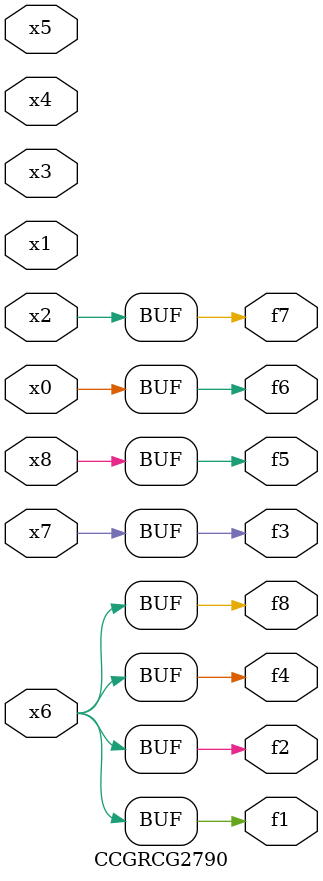
<source format=v>
module CCGRCG2790(
	input x0, x1, x2, x3, x4, x5, x6, x7, x8,
	output f1, f2, f3, f4, f5, f6, f7, f8
);
	assign f1 = x6;
	assign f2 = x6;
	assign f3 = x7;
	assign f4 = x6;
	assign f5 = x8;
	assign f6 = x0;
	assign f7 = x2;
	assign f8 = x6;
endmodule

</source>
